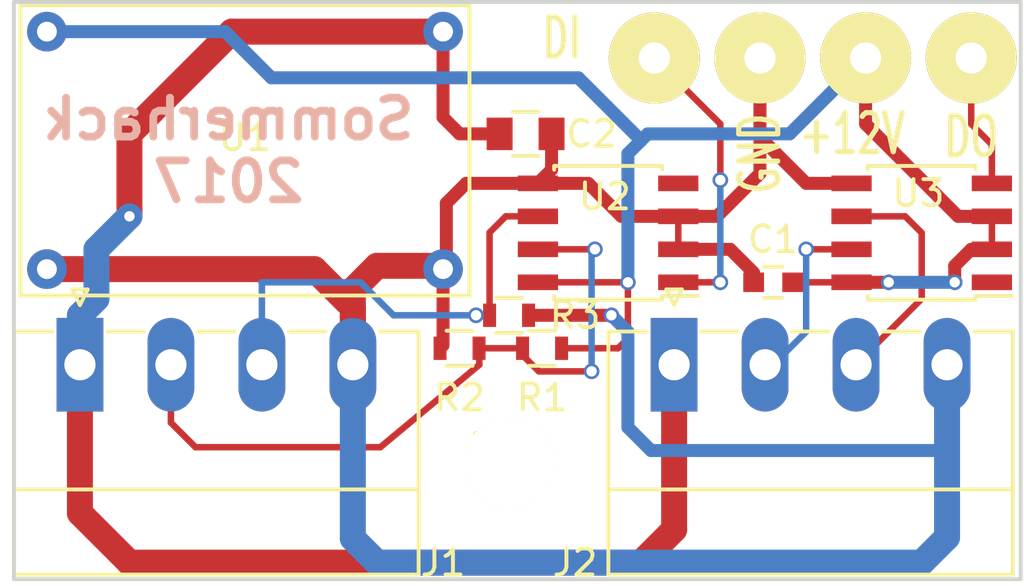
<source format=kicad_pcb>
(kicad_pcb (version 4) (host pcbnew 4.0.6-e0-6349~53~ubuntu16.04.1)

  (general
    (links 31)
    (no_connects 0)
    (area 104.674999 103.356999 145.368334 126.86)
    (thickness 1.6)
    (drawings 9)
    (tracks 134)
    (zones 0)
    (modules 15)
    (nets 10)
  )

  (page A4)
  (layers
    (0 F.Cu signal)
    (31 B.Cu signal)
    (32 B.Adhes user)
    (33 F.Adhes user)
    (34 B.Paste user)
    (35 F.Paste user)
    (36 B.SilkS user)
    (37 F.SilkS user)
    (38 B.Mask user)
    (39 F.Mask user)
    (40 Dwgs.User user)
    (41 Cmts.User user)
    (42 Eco1.User user)
    (43 Eco2.User user)
    (44 Edge.Cuts user)
    (45 Margin user)
    (46 B.CrtYd user)
    (47 F.CrtYd user hide)
    (48 B.Fab user)
    (49 F.Fab user)
  )

  (setup
    (last_trace_width 0.25)
    (user_trace_width 0.5)
    (user_trace_width 1)
    (trace_clearance 0.2)
    (zone_clearance 0.508)
    (zone_45_only no)
    (trace_min 0.2)
    (segment_width 0.2)
    (edge_width 0.15)
    (via_size 0.6)
    (via_drill 0.4)
    (via_min_size 0.4)
    (via_min_drill 0.3)
    (uvia_size 0.3)
    (uvia_drill 0.1)
    (uvias_allowed no)
    (uvia_min_size 0.2)
    (uvia_min_drill 0.1)
    (pcb_text_width 0.3)
    (pcb_text_size 1.5 1.5)
    (mod_edge_width 0.15)
    (mod_text_size 1 1)
    (mod_text_width 0.15)
    (pad_size 1.524 1.524)
    (pad_drill 0.762)
    (pad_to_mask_clearance 0.2)
    (aux_axis_origin 0 0)
    (visible_elements FFFFF77F)
    (pcbplotparams
      (layerselection 0x00030_80000001)
      (usegerberextensions false)
      (excludeedgelayer true)
      (linewidth 0.100000)
      (plotframeref false)
      (viasonmask false)
      (mode 1)
      (useauxorigin false)
      (hpglpennumber 1)
      (hpglpenspeed 20)
      (hpglpendiameter 15)
      (hpglpenoverlay 2)
      (psnegative false)
      (psa4output false)
      (plotreference true)
      (plotvalue true)
      (plotinvisibletext false)
      (padsonsilk false)
      (subtractmaskfromsilk false)
      (outputformat 1)
      (mirror false)
      (drillshape 1)
      (scaleselection 1)
      (outputdirectory ""))
  )

  (net 0 "")
  (net 1 +5V)
  (net 2 GND)
  (net 3 +12V)
  (net 4 "Net-(J1-Pad2)")
  (net 5 "Net-(J1-Pad3)")
  (net 6 "Net-(J2-Pad2)")
  (net 7 "Net-(J2-Pad3)")
  (net 8 "Net-(J4-Pad1)")
  (net 9 "Net-(J5-Pad1)")

  (net_class Default "This is the default net class."
    (clearance 0.2)
    (trace_width 0.25)
    (via_dia 0.6)
    (via_drill 0.4)
    (uvia_dia 0.3)
    (uvia_drill 0.1)
    (add_net +12V)
    (add_net +5V)
    (add_net GND)
    (add_net "Net-(J1-Pad2)")
    (add_net "Net-(J1-Pad3)")
    (add_net "Net-(J2-Pad2)")
    (add_net "Net-(J2-Pad3)")
    (add_net "Net-(J4-Pad1)")
    (add_net "Net-(J5-Pad1)")
  )

  (module Housings_SOIC:SOIC-8_3.9x4.9mm_Pitch1.27mm (layer F.Cu) (tedit 58EE8ACD) (tstamp 58E109B2)
    (at 128.27 112.395 180)
    (descr "8-Lead Plastic Small Outline (SN) - Narrow, 3.90 mm Body [SOIC] (see Microchip Packaging Specification 00000049BS.pdf)")
    (tags "SOIC 1.27")
    (path /58D6FC35)
    (attr smd)
    (fp_text reference U2 (at 0.127 1.397 180) (layer F.SilkS)
      (effects (font (size 1 1) (thickness 0.15)))
    )
    (fp_text value MAX485 (at 0 0.635 180) (layer F.Fab)
      (effects (font (size 1 1) (thickness 0.15)))
    )
    (fp_line (start -3.75 -2.75) (end -3.75 2.75) (layer F.CrtYd) (width 0.05))
    (fp_line (start 3.75 -2.75) (end 3.75 2.75) (layer F.CrtYd) (width 0.05))
    (fp_line (start -3.75 -2.75) (end 3.75 -2.75) (layer F.CrtYd) (width 0.05))
    (fp_line (start -3.75 2.75) (end 3.75 2.75) (layer F.CrtYd) (width 0.05))
    (fp_line (start -2.075 -2.575) (end -2.075 -2.43) (layer F.SilkS) (width 0.15))
    (fp_line (start 2.075 -2.575) (end 2.075 -2.43) (layer F.SilkS) (width 0.15))
    (fp_line (start 2.075 2.575) (end 2.075 2.43) (layer F.SilkS) (width 0.15))
    (fp_line (start -2.075 2.575) (end -2.075 2.43) (layer F.SilkS) (width 0.15))
    (fp_line (start -2.075 -2.575) (end 2.075 -2.575) (layer F.SilkS) (width 0.15))
    (fp_line (start -2.075 2.575) (end 2.075 2.575) (layer F.SilkS) (width 0.15))
    (fp_line (start -2.075 -2.43) (end -3.475 -2.43) (layer F.SilkS) (width 0.15))
    (pad 1 smd rect (at -2.7 -1.905 180) (size 1.55 0.6) (layers F.Cu F.Paste F.Mask)
      (net 8 "Net-(J4-Pad1)"))
    (pad 2 smd rect (at -2.7 -0.635 180) (size 1.55 0.6) (layers F.Cu F.Paste F.Mask)
      (net 2 GND))
    (pad 3 smd rect (at -2.7 0.635 180) (size 1.55 0.6) (layers F.Cu F.Paste F.Mask)
      (net 2 GND))
    (pad 4 smd rect (at -2.7 1.905 180) (size 1.55 0.6) (layers F.Cu F.Paste F.Mask))
    (pad 5 smd rect (at 2.7 1.905 180) (size 1.55 0.6) (layers F.Cu F.Paste F.Mask)
      (net 2 GND))
    (pad 6 smd rect (at 2.7 0.635 180) (size 1.55 0.6) (layers F.Cu F.Paste F.Mask)
      (net 5 "Net-(J1-Pad3)"))
    (pad 7 smd rect (at 2.7 -0.635 180) (size 1.55 0.6) (layers F.Cu F.Paste F.Mask)
      (net 4 "Net-(J1-Pad2)"))
    (pad 8 smd rect (at 2.7 -1.905 180) (size 1.55 0.6) (layers F.Cu F.Paste F.Mask)
      (net 1 +5V))
    (model Housings_SOIC.3dshapes/SOIC-8_3.9x4.9mm_Pitch1.27mm.wrl
      (at (xyz 0 0 0))
      (scale (xyz 1 1 1))
      (rotate (xyz 0 0 0))
    )
  )

  (module dsn-mini-360:DSN-MINI-360 (layer F.Cu) (tedit 58D03144) (tstamp 58E109A6)
    (at 114.3 109.22 180)
    (path /58E10987)
    (fp_text reference U1 (at 0 0.5 180) (layer F.SilkS)
      (effects (font (size 1 1) (thickness 0.15)))
    )
    (fp_text value DSN-MINI-360 (at 0 -0.5 180) (layer F.Fab)
      (effects (font (size 1 1) (thickness 0.15)))
    )
    (fp_line (start -8.636 -5.588) (end -8.636 -4.572) (layer F.SilkS) (width 0.15))
    (fp_line (start 8.636 -4.572) (end 8.636 -5.588) (layer F.SilkS) (width 0.15))
    (fp_line (start 8.636 5.588) (end 8.636 4.572) (layer F.SilkS) (width 0.15))
    (fp_line (start -8.636 4.572) (end -8.636 5.588) (layer F.SilkS) (width 0.15))
    (fp_line (start 8.636 5.588) (end -8.636 5.588) (layer F.SilkS) (width 0.15))
    (fp_line (start -8.636 -5.588) (end 8.636 -5.588) (layer F.SilkS) (width 0.15))
    (fp_line (start 8.636 -4.572) (end 8.636 4.572) (layer F.SilkS) (width 0.15))
    (fp_line (start -8.636 4.572) (end -8.636 -4.572) (layer F.SilkS) (width 0.15))
    (pad IN- thru_hole circle (at -7.62 -4.572 180) (size 1.524 1.524) (drill 0.762) (layers *.Cu *.Mask)
      (net 2 GND))
    (pad OUT- thru_hole circle (at 7.62 -4.572 180) (size 1.524 1.524) (drill 0.762) (layers *.Cu *.Mask)
      (net 2 GND))
    (pad OUT+ thru_hole circle (at 7.62 4.572 180) (size 1.524 1.524) (drill 0.762) (layers *.Cu *.Mask)
      (net 1 +5V))
    (pad IN+ thru_hole circle (at -7.62 4.572 180) (size 1.524 1.524) (drill 0.762) (layers *.Cu *.Mask)
      (net 3 +12V))
  )

  (module Capacitors_SMD:C_0603 (layer F.Cu) (tedit 58EE8AC5) (tstamp 58E1095D)
    (at 134.62 114.3 180)
    (descr "Capacitor SMD 0603, reflow soldering, AVX (see smccp.pdf)")
    (tags "capacitor 0603")
    (path /58CEFFF2)
    (attr smd)
    (fp_text reference C1 (at 0 1.651 180) (layer F.SilkS)
      (effects (font (size 1 1) (thickness 0.15)))
    )
    (fp_text value 100n (at 0 1.9 180) (layer F.Fab)
      (effects (font (size 1 1) (thickness 0.15)))
    )
    (fp_line (start -1.45 -0.75) (end 1.45 -0.75) (layer F.CrtYd) (width 0.05))
    (fp_line (start -1.45 0.75) (end 1.45 0.75) (layer F.CrtYd) (width 0.05))
    (fp_line (start -1.45 -0.75) (end -1.45 0.75) (layer F.CrtYd) (width 0.05))
    (fp_line (start 1.45 -0.75) (end 1.45 0.75) (layer F.CrtYd) (width 0.05))
    (fp_line (start -0.35 -0.6) (end 0.35 -0.6) (layer F.SilkS) (width 0.15))
    (fp_line (start 0.35 0.6) (end -0.35 0.6) (layer F.SilkS) (width 0.15))
    (pad 1 smd rect (at -0.75 0 180) (size 0.8 0.75) (layers F.Cu F.Paste F.Mask)
      (net 1 +5V))
    (pad 2 smd rect (at 0.75 0 180) (size 0.8 0.75) (layers F.Cu F.Paste F.Mask)
      (net 2 GND))
    (model Capacitors_SMD.3dshapes/C_0603.wrl
      (at (xyz 0 0 0))
      (scale (xyz 1 1 1))
      (rotate (xyz 0 0 0))
    )
  )

  (module Capacitors_SMD:C_0805 (layer F.Cu) (tedit 58E7CCED) (tstamp 58E10963)
    (at 125.095 108.585 180)
    (descr "Capacitor SMD 0805, reflow soldering, AVX (see smccp.pdf)")
    (tags "capacitor 0805")
    (path /58CEFF6D)
    (attr smd)
    (fp_text reference C2 (at -2.54 0 180) (layer F.SilkS)
      (effects (font (size 1 1) (thickness 0.15)))
    )
    (fp_text value 1u (at 0 2.1 180) (layer F.Fab)
      (effects (font (size 1 1) (thickness 0.15)))
    )
    (fp_line (start -1.8 -1) (end 1.8 -1) (layer F.CrtYd) (width 0.05))
    (fp_line (start -1.8 1) (end 1.8 1) (layer F.CrtYd) (width 0.05))
    (fp_line (start -1.8 -1) (end -1.8 1) (layer F.CrtYd) (width 0.05))
    (fp_line (start 1.8 -1) (end 1.8 1) (layer F.CrtYd) (width 0.05))
    (fp_line (start 0.5 -0.85) (end -0.5 -0.85) (layer F.SilkS) (width 0.15))
    (fp_line (start -0.5 0.85) (end 0.5 0.85) (layer F.SilkS) (width 0.15))
    (pad 1 smd rect (at -1 0 180) (size 1 1.25) (layers F.Cu F.Paste F.Mask)
      (net 2 GND))
    (pad 2 smd rect (at 1 0 180) (size 1 1.25) (layers F.Cu F.Paste F.Mask)
      (net 3 +12V))
    (model Capacitors_SMD.3dshapes/C_0805.wrl
      (at (xyz 0 0 0))
      (scale (xyz 1 1 1))
      (rotate (xyz 0 0 0))
    )
  )

  (module Mounting_Holes:MountingHole_3.5mm (layer F.Cu) (tedit 58E7D1B9) (tstamp 58E1098C)
    (at 124.46 121.285)
    (descr "Mounting Hole 3.5mm, no annular")
    (tags "mounting hole 3.5mm no annular")
    (path /58E104CB)
    (fp_text reference MK1 (at 0 -0.635) (layer F.SilkS)
      (effects (font (size 1 1) (thickness 0.15)))
    )
    (fp_text value Mounting_Hole (at 0 4.5) (layer F.Fab) hide
      (effects (font (size 1 1) (thickness 0.15)))
    )
    (fp_circle (center 0 0) (end 3.5 0) (layer Cmts.User) (width 0.15))
    (fp_circle (center 0 0) (end 3.75 0) (layer F.CrtYd) (width 0.05))
    (pad 1 np_thru_hole circle (at 0 0) (size 3.5 3.5) (drill 3.5) (layers *.Cu *.Mask F.SilkS))
  )

  (module Resistors_SMD:R_0603 (layer F.Cu) (tedit 58E7CB91) (tstamp 58E10992)
    (at 125.73 116.84 180)
    (descr "Resistor SMD 0603, reflow soldering, Vishay (see dcrcw.pdf)")
    (tags "resistor 0603")
    (path /58DD71C2)
    (attr smd)
    (fp_text reference R1 (at 0 -1.9 180) (layer F.SilkS)
      (effects (font (size 1 1) (thickness 0.15)))
    )
    (fp_text value 270R (at -0.635 0 180) (layer F.Fab)
      (effects (font (size 1 1) (thickness 0.15)))
    )
    (fp_line (start -1.3 -0.8) (end 1.3 -0.8) (layer F.CrtYd) (width 0.05))
    (fp_line (start -1.3 0.8) (end 1.3 0.8) (layer F.CrtYd) (width 0.05))
    (fp_line (start -1.3 -0.8) (end -1.3 0.8) (layer F.CrtYd) (width 0.05))
    (fp_line (start 1.3 -0.8) (end 1.3 0.8) (layer F.CrtYd) (width 0.05))
    (fp_line (start 0.5 0.675) (end -0.5 0.675) (layer F.SilkS) (width 0.15))
    (fp_line (start -0.5 -0.675) (end 0.5 -0.675) (layer F.SilkS) (width 0.15))
    (pad 1 smd rect (at -0.75 0 180) (size 0.5 0.9) (layers F.Cu F.Paste F.Mask)
      (net 1 +5V))
    (pad 2 smd rect (at 0.75 0 180) (size 0.5 0.9) (layers F.Cu F.Paste F.Mask)
      (net 4 "Net-(J1-Pad2)"))
    (model Resistors_SMD.3dshapes/R_0603.wrl
      (at (xyz 0 0 0))
      (scale (xyz 1 1 1))
      (rotate (xyz 0 0 0))
    )
  )

  (module Resistors_SMD:R_0603 (layer F.Cu) (tedit 58E7CB8C) (tstamp 58E10998)
    (at 122.555 116.84 180)
    (descr "Resistor SMD 0603, reflow soldering, Vishay (see dcrcw.pdf)")
    (tags "resistor 0603")
    (path /58D7064B)
    (attr smd)
    (fp_text reference R2 (at 0 -1.9 180) (layer F.SilkS)
      (effects (font (size 1 1) (thickness 0.15)))
    )
    (fp_text value 270R (at 1.27 0 180) (layer F.Fab)
      (effects (font (size 1 1) (thickness 0.15)))
    )
    (fp_line (start -1.3 -0.8) (end 1.3 -0.8) (layer F.CrtYd) (width 0.05))
    (fp_line (start -1.3 0.8) (end 1.3 0.8) (layer F.CrtYd) (width 0.05))
    (fp_line (start -1.3 -0.8) (end -1.3 0.8) (layer F.CrtYd) (width 0.05))
    (fp_line (start 1.3 -0.8) (end 1.3 0.8) (layer F.CrtYd) (width 0.05))
    (fp_line (start 0.5 0.675) (end -0.5 0.675) (layer F.SilkS) (width 0.15))
    (fp_line (start -0.5 -0.675) (end 0.5 -0.675) (layer F.SilkS) (width 0.15))
    (pad 1 smd rect (at -0.75 0 180) (size 0.5 0.9) (layers F.Cu F.Paste F.Mask)
      (net 4 "Net-(J1-Pad2)"))
    (pad 2 smd rect (at 0.75 0 180) (size 0.5 0.9) (layers F.Cu F.Paste F.Mask)
      (net 2 GND))
    (model Resistors_SMD.3dshapes/R_0603.wrl
      (at (xyz 0 0 0))
      (scale (xyz 1 1 1))
      (rotate (xyz 0 0 0))
    )
  )

  (module Resistors_SMD:R_0603 (layer F.Cu) (tedit 58E7D1C5) (tstamp 58E1099E)
    (at 124.46 115.57)
    (descr "Resistor SMD 0603, reflow soldering, Vishay (see dcrcw.pdf)")
    (tags "resistor 0603")
    (path /58D7077B)
    (attr smd)
    (fp_text reference R3 (at 2.54 0) (layer F.SilkS)
      (effects (font (size 1 1) (thickness 0.15)))
    )
    (fp_text value 120R (at 0 1.9) (layer F.Fab)
      (effects (font (size 1 1) (thickness 0.15)))
    )
    (fp_line (start -1.3 -0.8) (end 1.3 -0.8) (layer F.CrtYd) (width 0.05))
    (fp_line (start -1.3 0.8) (end 1.3 0.8) (layer F.CrtYd) (width 0.05))
    (fp_line (start -1.3 -0.8) (end -1.3 0.8) (layer F.CrtYd) (width 0.05))
    (fp_line (start 1.3 -0.8) (end 1.3 0.8) (layer F.CrtYd) (width 0.05))
    (fp_line (start 0.5 0.675) (end -0.5 0.675) (layer F.SilkS) (width 0.15))
    (fp_line (start -0.5 -0.675) (end 0.5 -0.675) (layer F.SilkS) (width 0.15))
    (pad 1 smd rect (at -0.75 0) (size 0.5 0.9) (layers F.Cu F.Paste F.Mask)
      (net 5 "Net-(J1-Pad3)"))
    (pad 2 smd rect (at 0.75 0) (size 0.5 0.9) (layers F.Cu F.Paste F.Mask)
      (net 2 GND))
    (model Resistors_SMD.3dshapes/R_0603.wrl
      (at (xyz 0 0 0))
      (scale (xyz 1 1 1))
      (rotate (xyz 0 0 0))
    )
  )

  (module Housings_SOIC:SOIC-8_3.9x4.9mm_Pitch1.27mm (layer F.Cu) (tedit 58EE8A50) (tstamp 58E109BE)
    (at 140.335 112.395 180)
    (descr "8-Lead Plastic Small Outline (SN) - Narrow, 3.90 mm Body [SOIC] (see Microchip Packaging Specification 00000049BS.pdf)")
    (tags "SOIC 1.27")
    (path /58D70242)
    (attr smd)
    (fp_text reference U3 (at 0.127 1.524 180) (layer F.SilkS)
      (effects (font (size 1 1) (thickness 0.15)))
    )
    (fp_text value MAX485 (at 0 0.635 180) (layer F.Fab)
      (effects (font (size 1 1) (thickness 0.15)))
    )
    (fp_line (start -3.75 -2.75) (end -3.75 2.75) (layer F.CrtYd) (width 0.05))
    (fp_line (start 3.75 -2.75) (end 3.75 2.75) (layer F.CrtYd) (width 0.05))
    (fp_line (start -3.75 -2.75) (end 3.75 -2.75) (layer F.CrtYd) (width 0.05))
    (fp_line (start -3.75 2.75) (end 3.75 2.75) (layer F.CrtYd) (width 0.05))
    (fp_line (start -2.075 -2.575) (end -2.075 -2.43) (layer F.SilkS) (width 0.15))
    (fp_line (start 2.075 -2.575) (end 2.075 -2.43) (layer F.SilkS) (width 0.15))
    (fp_line (start 2.075 2.575) (end 2.075 2.43) (layer F.SilkS) (width 0.15))
    (fp_line (start -2.075 2.575) (end -2.075 2.43) (layer F.SilkS) (width 0.15))
    (fp_line (start -2.075 -2.575) (end 2.075 -2.575) (layer F.SilkS) (width 0.15))
    (fp_line (start -2.075 2.575) (end 2.075 2.575) (layer F.SilkS) (width 0.15))
    (fp_line (start -2.075 -2.43) (end -3.475 -2.43) (layer F.SilkS) (width 0.15))
    (pad 1 smd rect (at -2.7 -1.905 180) (size 1.55 0.6) (layers F.Cu F.Paste F.Mask))
    (pad 2 smd rect (at -2.7 -0.635 180) (size 1.55 0.6) (layers F.Cu F.Paste F.Mask)
      (net 1 +5V))
    (pad 3 smd rect (at -2.7 0.635 180) (size 1.55 0.6) (layers F.Cu F.Paste F.Mask)
      (net 1 +5V))
    (pad 4 smd rect (at -2.7 1.905 180) (size 1.55 0.6) (layers F.Cu F.Paste F.Mask)
      (net 9 "Net-(J5-Pad1)"))
    (pad 5 smd rect (at 2.7 1.905 180) (size 1.55 0.6) (layers F.Cu F.Paste F.Mask)
      (net 2 GND))
    (pad 6 smd rect (at 2.7 0.635 180) (size 1.55 0.6) (layers F.Cu F.Paste F.Mask)
      (net 7 "Net-(J2-Pad3)"))
    (pad 7 smd rect (at 2.7 -0.635 180) (size 1.55 0.6) (layers F.Cu F.Paste F.Mask)
      (net 6 "Net-(J2-Pad2)"))
    (pad 8 smd rect (at 2.7 -1.905 180) (size 1.55 0.6) (layers F.Cu F.Paste F.Mask)
      (net 1 +5V))
    (model Housings_SOIC.3dshapes/SOIC-8_3.9x4.9mm_Pitch1.27mm.wrl
      (at (xyz 0 0 0))
      (scale (xyz 1 1 1))
      (rotate (xyz 0 0 0))
    )
  )

  (module Connectors_Phoenix:PhoenixContact_MC-G_04x3.50mm_Angled (layer F.Cu) (tedit 58E7CD15) (tstamp 58E68385)
    (at 107.95 117.475)
    (descr "Generic Phoenix Contact connector footprint for series: MC-G; number of pins: 04; pin pitch: 3.50mm; Angled || order number: 1844236 8A 160V")
    (tags "phoenix_contact connector MC_01x04_G_3.5mm")
    (path /58D6F9F8)
    (fp_text reference J1 (at 13.97 7.62) (layer F.SilkS)
      (effects (font (size 1 1) (thickness 0.15)))
    )
    (fp_text value CONN_01X04 (at 4.445 6.35) (layer F.Fab)
      (effects (font (size 1 1) (thickness 0.15)))
    )
    (fp_line (start -2.53 -1.28) (end -2.53 8.08) (layer F.SilkS) (width 0.15))
    (fp_line (start -2.53 8.08) (end 13.03 8.08) (layer F.SilkS) (width 0.15))
    (fp_line (start 13.03 8.08) (end 13.03 -1.28) (layer F.SilkS) (width 0.15))
    (fp_line (start -2.53 -1.28) (end -1.05 -1.28) (layer F.SilkS) (width 0.15))
    (fp_line (start 13.03 -1.28) (end 11.55 -1.28) (layer F.SilkS) (width 0.15))
    (fp_line (start 1.05 -1.28) (end 2.45 -1.28) (layer F.SilkS) (width 0.15))
    (fp_line (start 4.55 -1.28) (end 5.95 -1.28) (layer F.SilkS) (width 0.15))
    (fp_line (start 8.05 -1.28) (end 9.45 -1.28) (layer F.SilkS) (width 0.15))
    (fp_line (start -2.53 4.8) (end 13.03 4.8) (layer F.SilkS) (width 0.15))
    (fp_line (start -3.05 -2.3) (end -3.05 8.5) (layer F.CrtYd) (width 0.05))
    (fp_line (start -3.05 8.5) (end 13.45 8.5) (layer F.CrtYd) (width 0.05))
    (fp_line (start 13.45 8.5) (end 13.45 -2.3) (layer F.CrtYd) (width 0.05))
    (fp_line (start 13.45 -2.3) (end -3.05 -2.3) (layer F.CrtYd) (width 0.05))
    (fp_line (start 0 -2.3) (end 0.3 -2.9) (layer F.SilkS) (width 0.15))
    (fp_line (start 0.3 -2.9) (end -0.3 -2.9) (layer F.SilkS) (width 0.15))
    (fp_line (start -0.3 -2.9) (end 0 -2.3) (layer F.SilkS) (width 0.15))
    (pad 1 thru_hole rect (at 0 0) (size 1.8 3.6) (drill 1.2) (layers *.Cu *.Mask)
      (net 3 +12V))
    (pad 2 thru_hole oval (at 3.5 0) (size 1.8 3.6) (drill 1.2) (layers *.Cu *.Mask)
      (net 4 "Net-(J1-Pad2)"))
    (pad 3 thru_hole oval (at 7 0) (size 1.8 3.6) (drill 1.2) (layers *.Cu *.Mask)
      (net 5 "Net-(J1-Pad3)"))
    (pad 4 thru_hole oval (at 10.5 0) (size 1.8 3.6) (drill 1.2) (layers *.Cu *.Mask)
      (net 2 GND))
    (model Connectors_Phoenix.3dshapes/PhoenixContact_MC-G_04x3.50mm_Angled.wrl
      (at (xyz 0 0 0))
      (scale (xyz 1 1 1))
      (rotate (xyz 0 0 0))
    )
  )

  (module Connectors_Phoenix:PhoenixContact_MC-G_04x3.50mm_Angled (layer F.Cu) (tedit 58E7CD0F) (tstamp 58E6838C)
    (at 130.81 117.475)
    (descr "Generic Phoenix Contact connector footprint for series: MC-G; number of pins: 04; pin pitch: 3.50mm; Angled || order number: 1844236 8A 160V")
    (tags "phoenix_contact connector MC_01x04_G_3.5mm")
    (path /58D6FA1F)
    (fp_text reference J2 (at -3.81 7.62) (layer F.SilkS)
      (effects (font (size 1 1) (thickness 0.15)))
    )
    (fp_text value CONN_01X04 (at 5.08 5.715) (layer F.Fab)
      (effects (font (size 1 1) (thickness 0.15)))
    )
    (fp_line (start -2.53 -1.28) (end -2.53 8.08) (layer F.SilkS) (width 0.15))
    (fp_line (start -2.53 8.08) (end 13.03 8.08) (layer F.SilkS) (width 0.15))
    (fp_line (start 13.03 8.08) (end 13.03 -1.28) (layer F.SilkS) (width 0.15))
    (fp_line (start -2.53 -1.28) (end -1.05 -1.28) (layer F.SilkS) (width 0.15))
    (fp_line (start 13.03 -1.28) (end 11.55 -1.28) (layer F.SilkS) (width 0.15))
    (fp_line (start 1.05 -1.28) (end 2.45 -1.28) (layer F.SilkS) (width 0.15))
    (fp_line (start 4.55 -1.28) (end 5.95 -1.28) (layer F.SilkS) (width 0.15))
    (fp_line (start 8.05 -1.28) (end 9.45 -1.28) (layer F.SilkS) (width 0.15))
    (fp_line (start -2.53 4.8) (end 13.03 4.8) (layer F.SilkS) (width 0.15))
    (fp_line (start -3.05 -2.3) (end -3.05 8.5) (layer F.CrtYd) (width 0.05))
    (fp_line (start -3.05 8.5) (end 13.45 8.5) (layer F.CrtYd) (width 0.05))
    (fp_line (start 13.45 8.5) (end 13.45 -2.3) (layer F.CrtYd) (width 0.05))
    (fp_line (start 13.45 -2.3) (end -3.05 -2.3) (layer F.CrtYd) (width 0.05))
    (fp_line (start 0 -2.3) (end 0.3 -2.9) (layer F.SilkS) (width 0.15))
    (fp_line (start 0.3 -2.9) (end -0.3 -2.9) (layer F.SilkS) (width 0.15))
    (fp_line (start -0.3 -2.9) (end 0 -2.3) (layer F.SilkS) (width 0.15))
    (pad 1 thru_hole rect (at 0 0) (size 1.8 3.6) (drill 1.2) (layers *.Cu *.Mask)
      (net 3 +12V))
    (pad 2 thru_hole oval (at 3.5 0) (size 1.8 3.6) (drill 1.2) (layers *.Cu *.Mask)
      (net 6 "Net-(J2-Pad2)"))
    (pad 3 thru_hole oval (at 7 0) (size 1.8 3.6) (drill 1.2) (layers *.Cu *.Mask)
      (net 7 "Net-(J2-Pad3)"))
    (pad 4 thru_hole oval (at 10.5 0) (size 1.8 3.6) (drill 1.2) (layers *.Cu *.Mask)
      (net 2 GND))
    (model Connectors_Phoenix.3dshapes/PhoenixContact_MC-G_04x3.50mm_Angled.wrl
      (at (xyz 0 0 0))
      (scale (xyz 1 1 1))
      (rotate (xyz 0 0 0))
    )
  )

  (module Wire_Pads:SolderWirePad_single_1-2mmDrill (layer F.Cu) (tedit 58E7D230) (tstamp 58E68486)
    (at 138.176 105.664)
    (path /58D711FD)
    (fp_text reference J3 (at 0 2.54) (layer F.SilkS) hide
      (effects (font (size 1 1) (thickness 0.15)))
    )
    (fp_text value CONN_01X01 (at -1.905 3.175) (layer F.Fab) hide
      (effects (font (size 1 1) (thickness 0.15)))
    )
    (pad 1 thru_hole circle (at 0 0) (size 3.50012 3.50012) (drill 1.19888) (layers *.Cu *.Mask F.SilkS)
      (net 1 +5V))
  )

  (module Wire_Pads:SolderWirePad_single_1-2mmDrill (layer F.Cu) (tedit 58E7D250) (tstamp 58E6848A)
    (at 130.048 105.664)
    (path /58D7127E)
    (fp_text reference J4 (at 0 3.175) (layer F.SilkS) hide
      (effects (font (size 1 1) (thickness 0.15)))
    )
    (fp_text value CONN_01X01 (at -1.905 3.175) (layer F.Fab) hide
      (effects (font (size 1 1) (thickness 0.15)))
    )
    (pad 1 thru_hole circle (at 0 0) (size 3.50012 3.50012) (drill 1.19888) (layers *.Cu *.Mask F.SilkS)
      (net 8 "Net-(J4-Pad1)"))
  )

  (module Wire_Pads:SolderWirePad_single_1-2mmDrill (layer F.Cu) (tedit 58EE8AAD) (tstamp 58E6848E)
    (at 142.24 105.664)
    (path /58D712B3)
    (fp_text reference J5 (at -2.54 1.27) (layer F.SilkS) hide
      (effects (font (size 1 1) (thickness 0.15)))
    )
    (fp_text value CONN_01X01 (at -1.905 3.175) (layer F.Fab) hide
      (effects (font (size 1 1) (thickness 0.15)))
    )
    (pad 1 thru_hole circle (at 0 0) (size 3.50012 3.50012) (drill 1.19888) (layers *.Cu *.Mask F.SilkS)
      (net 9 "Net-(J5-Pad1)"))
  )

  (module Wire_Pads:SolderWirePad_single_1-2mmDrill (layer F.Cu) (tedit 58E7D1FF) (tstamp 58E68492)
    (at 134.112 105.664)
    (path /58D712EA)
    (fp_text reference J6 (at 3.81 0) (layer F.SilkS) hide
      (effects (font (size 1 1) (thickness 0.15)))
    )
    (fp_text value CONN_01X01 (at -1.905 3.175) (layer F.Fab) hide
      (effects (font (size 1 1) (thickness 0.15)))
    )
    (pad 1 thru_hole circle (at 0 0) (size 3.50012 3.50012) (drill 1.19888) (layers *.Cu *.Mask F.SilkS)
      (net 2 GND))
  )

  (gr_text DO (at 142.24 108.712) (layer F.SilkS)
    (effects (font (size 1.5 1) (thickness 0.2)))
  )
  (gr_text "Sommerhack\n2017" (at 113.665 109.22) (layer B.SilkS)
    (effects (font (size 1.5 1.5) (thickness 0.3)) (justify mirror))
  )
  (gr_text DI (at 126.492 104.902) (layer F.SilkS)
    (effects (font (size 1.5 1) (thickness 0.2)))
  )
  (gr_text +12V (at 137.668 108.585) (layer F.SilkS)
    (effects (font (size 1.5 1) (thickness 0.2)))
  )
  (gr_text GND (at 134.112 109.347 90) (layer F.SilkS)
    (effects (font (size 1.5 1) (thickness 0.2)))
  )
  (gr_line (start 105.41 125.73) (end 105.41 103.505) (angle 90) (layer Edge.Cuts) (width 0.15))
  (gr_line (start 144.145 125.73) (end 105.41 125.73) (angle 90) (layer Edge.Cuts) (width 0.15))
  (gr_line (start 144.145 103.505) (end 144.145 125.73) (angle 90) (layer Edge.Cuts) (width 0.15))
  (gr_line (start 105.41 103.505) (end 144.145 103.505) (angle 90) (layer Edge.Cuts) (width 0.15))

  (segment (start 126.48 116.84) (end 128.651 116.84) (width 0.25) (layer F.Cu) (net 1))
  (segment (start 129.032 116.459) (end 129.032 114.3) (width 0.25) (layer F.Cu) (net 1) (tstamp 58EE89A6))
  (segment (start 128.651 116.84) (end 129.032 116.459) (width 0.25) (layer F.Cu) (net 1) (tstamp 58EE89A1))
  (segment (start 106.68 104.648) (end 113.538 104.648) (width 0.5) (layer B.Cu) (net 1))
  (segment (start 113.538 104.648) (end 115.316 106.426) (width 0.5) (layer B.Cu) (net 1) (tstamp 58EE8936))
  (segment (start 115.316 106.426) (end 127.127 106.426) (width 0.5) (layer B.Cu) (net 1) (tstamp 58EE8944))
  (segment (start 127.127 106.426) (end 129.54 108.839) (width 0.5) (layer B.Cu) (net 1) (tstamp 58EE8947))
  (segment (start 125.57 114.3) (end 129.032 114.3) (width 0.25) (layer F.Cu) (net 1))
  (segment (start 135.255 108.585) (end 138.176 105.664) (width 0.5) (layer B.Cu) (net 1) (tstamp 58EE88D7))
  (segment (start 129.794 108.585) (end 135.255 108.585) (width 0.5) (layer B.Cu) (net 1) (tstamp 58EE88D5))
  (segment (start 129.54 108.839) (end 129.794 108.585) (width 0.5) (layer B.Cu) (net 1) (tstamp 58EE894C))
  (segment (start 129.032 109.347) (end 129.54 108.839) (width 0.5) (layer B.Cu) (net 1) (tstamp 58EE88C8))
  (via (at 129.032 114.3) (size 0.6) (drill 0.4) (layers F.Cu B.Cu) (net 1))
  (segment (start 129.032 114.3) (end 129.032 109.347) (width 0.5) (layer B.Cu) (net 1) (tstamp 58EE88C7))
  (segment (start 125.57 114.3) (end 125.857 114.3) (width 0.25) (layer F.Cu) (net 1))
  (segment (start 138.176 105.664) (end 138.176 108.204) (width 0.5) (layer F.Cu) (net 1))
  (segment (start 141.732 111.76) (end 143.035 111.76) (width 0.5) (layer F.Cu) (net 1) (tstamp 58EE873F))
  (segment (start 138.176 108.204) (end 141.732 111.76) (width 0.5) (layer F.Cu) (net 1) (tstamp 58EE8722))
  (segment (start 137.635 114.3) (end 135.37 114.3) (width 0.25) (layer F.Cu) (net 1) (status 20))
  (segment (start 137.635 114.3) (end 139.065 114.3) (width 0.5) (layer F.Cu) (net 1))
  (via (at 139.065 114.3) (size 0.6) (drill 0.4) (layers F.Cu B.Cu) (net 1))
  (segment (start 139.065 114.3) (end 141.605 114.3) (width 0.5) (layer B.Cu) (net 1) (tstamp 58E7C9D7))
  (via (at 141.605 114.3) (size 0.6) (drill 0.4) (layers F.Cu B.Cu) (net 1))
  (segment (start 141.605 114.3) (end 141.605 113.665) (width 0.5) (layer F.Cu) (net 1) (tstamp 58E7C9DA))
  (segment (start 141.605 113.665) (end 142.24 113.03) (width 0.5) (layer F.Cu) (net 1) (tstamp 58E7C9DB))
  (segment (start 142.24 113.03) (end 143.035 113.03) (width 0.5) (layer F.Cu) (net 1) (tstamp 58E7C9DD))
  (segment (start 143.035 111.76) (end 143.035 113.03) (width 0.25) (layer F.Cu) (net 1))
  (segment (start 125.57 110.49) (end 122.809 110.49) (width 0.5) (layer F.Cu) (net 2))
  (segment (start 122.809 110.49) (end 122.047 111.252) (width 0.5) (layer F.Cu) (net 2) (tstamp 58EE8A17))
  (segment (start 122.047 111.252) (end 122.047 113.665) (width 0.5) (layer F.Cu) (net 2) (tstamp 58EE8A22))
  (segment (start 122.047 113.665) (end 121.92 113.792) (width 0.25) (layer F.Cu) (net 2) (tstamp 58EE8A23))
  (segment (start 125.21 115.57) (end 128.397 115.57) (width 0.5) (layer F.Cu) (net 2))
  (via (at 128.397 115.57) (size 0.6) (drill 0.4) (layers F.Cu B.Cu) (net 2))
  (segment (start 128.397 115.57) (end 129.032 116.205) (width 0.5) (layer B.Cu) (net 2) (tstamp 58EE89D8))
  (segment (start 129.032 116.205) (end 129.032 119.888) (width 0.5) (layer B.Cu) (net 2) (tstamp 58EE89D9))
  (segment (start 129.032 119.888) (end 129.921 120.777) (width 0.5) (layer B.Cu) (net 2) (tstamp 58EE89F4))
  (segment (start 129.921 120.777) (end 141.31 120.777) (width 0.5) (layer B.Cu) (net 2) (tstamp 58EE89F5))
  (segment (start 126.095 108.585) (end 126.095 109.965) (width 0.5) (layer F.Cu) (net 2))
  (segment (start 126.095 109.965) (end 125.57 110.49) (width 0.5) (layer F.Cu) (net 2) (tstamp 58EE8913))
  (segment (start 125.57 110.49) (end 127.508 110.49) (width 0.5) (layer F.Cu) (net 2))
  (segment (start 127.508 110.49) (end 128.778 111.76) (width 0.5) (layer F.Cu) (net 2) (tstamp 58EE87CD))
  (segment (start 128.778 111.76) (end 130.97 111.76) (width 0.5) (layer F.Cu) (net 2) (tstamp 58EE87D0))
  (segment (start 130.97 111.76) (end 132.461 111.76) (width 0.5) (layer F.Cu) (net 2))
  (segment (start 132.461 111.76) (end 134.112 110.109) (width 0.5) (layer F.Cu) (net 2) (tstamp 58EE87C3))
  (segment (start 134.112 110.109) (end 134.112 105.664) (width 0.5) (layer F.Cu) (net 2) (tstamp 58EE87C7))
  (segment (start 130.97 113.03) (end 132.969 113.03) (width 0.5) (layer F.Cu) (net 2))
  (segment (start 132.969 113.03) (end 133.87 113.931) (width 0.5) (layer F.Cu) (net 2) (tstamp 58EE87BD))
  (segment (start 133.87 113.931) (end 133.87 114.3) (width 0.25) (layer F.Cu) (net 2) (tstamp 58EE87C0))
  (segment (start 130.97 111.76) (end 130.97 113.03) (width 0.25) (layer F.Cu) (net 2))
  (segment (start 134.112 105.664) (end 134.112 108.712) (width 0.5) (layer F.Cu) (net 2))
  (segment (start 135.89 110.49) (end 137.635 110.49) (width 0.5) (layer F.Cu) (net 2) (tstamp 58EE87B5))
  (segment (start 134.112 108.712) (end 135.89 110.49) (width 0.5) (layer F.Cu) (net 2) (tstamp 58EE87B1))
  (segment (start 122.047 113.665) (end 121.92 113.792) (width 0.25) (layer B.Cu) (net 2) (tstamp 58E7D11D))
  (segment (start 106.68 113.792) (end 116.967 113.792) (width 1) (layer F.Cu) (net 2))
  (segment (start 116.967 113.792) (end 118.45 115.275) (width 1) (layer F.Cu) (net 2) (tstamp 58E7CAC1))
  (segment (start 118.45 115.275) (end 118.45 117.475) (width 1) (layer F.Cu) (net 2) (tstamp 58E7CAC7))
  (segment (start 137.635 110.49) (end 137.16 110.49) (width 0.25) (layer F.Cu) (net 2))
  (segment (start 118.45 117.475) (end 118.45 124.165) (width 1) (layer B.Cu) (net 2))
  (segment (start 118.45 124.165) (end 119.38 125.095) (width 1) (layer B.Cu) (net 2) (tstamp 58E7C85E))
  (segment (start 119.38 125.095) (end 140.335 125.095) (width 1) (layer B.Cu) (net 2) (tstamp 58E7C861))
  (segment (start 140.335 125.095) (end 141.31 124.12) (width 1) (layer B.Cu) (net 2) (tstamp 58E7C862))
  (segment (start 141.31 124.12) (end 141.31 120.777) (width 1) (layer B.Cu) (net 2) (tstamp 58E7C865))
  (segment (start 141.31 120.777) (end 141.31 117.475) (width 1) (layer B.Cu) (net 2) (tstamp 58EE89FC))
  (segment (start 121.92 113.792) (end 121.92 116.725) (width 0.5) (layer F.Cu) (net 2))
  (segment (start 121.92 116.725) (end 121.805 116.84) (width 0.25) (layer F.Cu) (net 2) (tstamp 58E7C7F7))
  (segment (start 118.45 117.475) (end 118.45 114.595) (width 1) (layer F.Cu) (net 2))
  (segment (start 118.45 114.595) (end 119.38 113.665) (width 1) (layer F.Cu) (net 2) (tstamp 58E7C7EF))
  (segment (start 119.38 113.665) (end 121.793 113.665) (width 1) (layer F.Cu) (net 2) (tstamp 58E7C7F3))
  (segment (start 121.793 113.665) (end 121.92 113.792) (width 0.25) (layer F.Cu) (net 2) (tstamp 58E7C7F4))
  (segment (start 133.87 114.185) (end 133.87 114.3) (width 0.25) (layer F.Cu) (net 2) (tstamp 58E7C78A) (status 30))
  (segment (start 141.31 116.575) (end 141.31 117.475) (width 0.25) (layer F.Cu) (net 2))
  (segment (start 133.87 114.3) (end 133.895 114.3) (width 0.25) (layer F.Cu) (net 2) (status 30))
  (segment (start 121.92 104.648) (end 113.792 104.648) (width 1) (layer F.Cu) (net 3))
  (segment (start 113.792 104.648) (end 109.855 108.585) (width 1) (layer F.Cu) (net 3) (tstamp 58E7CEA9))
  (segment (start 109.855 108.585) (end 109.855 111.76) (width 1) (layer F.Cu) (net 3) (tstamp 58E7CEB5))
  (via (at 109.855 111.76) (size 0.6) (drill 0.4) (layers F.Cu B.Cu) (net 3))
  (segment (start 109.855 111.76) (end 108.585 113.03) (width 1) (layer B.Cu) (net 3) (tstamp 58E7CEC0))
  (segment (start 108.585 113.03) (end 108.585 114.935) (width 1) (layer B.Cu) (net 3) (tstamp 58E7CEC1))
  (segment (start 108.585 114.935) (end 107.95 115.57) (width 1) (layer B.Cu) (net 3) (tstamp 58E7CEC7))
  (segment (start 107.95 115.57) (end 107.95 117.475) (width 1) (layer B.Cu) (net 3) (tstamp 58E7CECC))
  (segment (start 130.81 117.475) (end 130.81 123.825) (width 1) (layer F.Cu) (net 3))
  (segment (start 107.95 123.19) (end 107.95 117.475) (width 1) (layer F.Cu) (net 3) (tstamp 58E7C84C))
  (segment (start 109.855 125.095) (end 107.95 123.19) (width 1) (layer F.Cu) (net 3) (tstamp 58E7C84A))
  (segment (start 129.54 125.095) (end 109.855 125.095) (width 1) (layer F.Cu) (net 3) (tstamp 58E7C845))
  (segment (start 130.81 123.825) (end 129.54 125.095) (width 1) (layer F.Cu) (net 3) (tstamp 58E7C83C))
  (segment (start 124.095 108.585) (end 122.555 108.585) (width 0.5) (layer F.Cu) (net 3))
  (segment (start 122.555 108.585) (end 121.92 107.95) (width 0.5) (layer F.Cu) (net 3) (tstamp 58E69CE6))
  (segment (start 121.92 107.95) (end 121.92 104.648) (width 0.5) (layer F.Cu) (net 3) (tstamp 58E69CE7))
  (segment (start 125.57 113.03) (end 127.762 113.03) (width 0.25) (layer F.Cu) (net 4))
  (segment (start 125.603 117.729) (end 124.98 117.106) (width 0.25) (layer F.Cu) (net 4) (tstamp 58EE8835))
  (segment (start 127.635 117.729) (end 125.603 117.729) (width 0.25) (layer F.Cu) (net 4) (tstamp 58EE8834))
  (via (at 127.635 117.729) (size 0.6) (drill 0.4) (layers F.Cu B.Cu) (net 4))
  (segment (start 127.635 113.157) (end 127.635 117.729) (width 0.25) (layer B.Cu) (net 4) (tstamp 58EE881E))
  (segment (start 127.762 113.03) (end 127.635 113.157) (width 0.25) (layer B.Cu) (net 4) (tstamp 58EE881D))
  (via (at 127.762 113.03) (size 0.6) (drill 0.4) (layers F.Cu B.Cu) (net 4))
  (segment (start 124.98 117.106) (end 124.98 116.84) (width 0.25) (layer F.Cu) (net 4) (tstamp 58EE8839))
  (segment (start 123.305 116.84) (end 124.98 116.84) (width 0.25) (layer F.Cu) (net 4))
  (segment (start 123.305 116.84) (end 123.317 117.475) (width 0.25) (layer F.Cu) (net 4))
  (segment (start 111.45 119.705) (end 111.45 117.475) (width 0.25) (layer F.Cu) (net 4) (tstamp 58E7C808))
  (segment (start 112.395 120.65) (end 111.45 119.705) (width 0.25) (layer F.Cu) (net 4) (tstamp 58E7C807))
  (segment (start 119.507 120.65) (end 112.395 120.65) (width 0.25) (layer F.Cu) (net 4) (tstamp 58E7C804))
  (segment (start 123.317 117.475) (end 119.507 120.65) (width 0.25) (layer F.Cu) (net 4) (tstamp 58E7C7FA))
  (segment (start 125.57 111.76) (end 124.333 111.76) (width 0.25) (layer F.Cu) (net 5))
  (segment (start 123.71 112.383) (end 123.71 115.57) (width 0.25) (layer F.Cu) (net 5) (tstamp 58EE8848))
  (segment (start 124.333 111.76) (end 123.71 112.383) (width 0.25) (layer F.Cu) (net 5) (tstamp 58EE8842))
  (segment (start 123.71 115.57) (end 123.19 115.57) (width 0.25) (layer F.Cu) (net 5))
  (segment (start 114.95 114.315) (end 114.95 117.475) (width 0.25) (layer B.Cu) (net 5) (tstamp 58E7D0D9))
  (segment (start 114.935 114.3) (end 114.95 114.315) (width 0.25) (layer B.Cu) (net 5) (tstamp 58E7D0D5))
  (segment (start 118.745 114.3) (end 114.935 114.3) (width 0.25) (layer B.Cu) (net 5) (tstamp 58E7D0CF))
  (segment (start 120.015 115.57) (end 118.745 114.3) (width 0.25) (layer B.Cu) (net 5) (tstamp 58E7D0C9))
  (segment (start 123.19 115.57) (end 120.015 115.57) (width 0.25) (layer B.Cu) (net 5) (tstamp 58E7D0C8))
  (via (at 123.19 115.57) (size 0.6) (drill 0.4) (layers F.Cu B.Cu) (net 5))
  (segment (start 114.935 117.46) (end 114.95 117.475) (width 0.25) (layer B.Cu) (net 5) (tstamp 58E7D030))
  (segment (start 114.935 117.46) (end 114.95 117.475) (width 0.25) (layer B.Cu) (net 5) (tstamp 58E7C7BA))
  (segment (start 137.635 113.03) (end 135.89 113.03) (width 0.25) (layer F.Cu) (net 6))
  (segment (start 135.89 116.205) (end 134.62 117.475) (width 0.25) (layer B.Cu) (net 6) (tstamp 58E7CFEB))
  (segment (start 135.89 113.03) (end 135.89 116.205) (width 0.25) (layer B.Cu) (net 6) (tstamp 58E7CFEA))
  (via (at 135.89 113.03) (size 0.6) (drill 0.4) (layers F.Cu B.Cu) (net 6))
  (segment (start 134.62 117.475) (end 134.31 117.475) (width 0.25) (layer B.Cu) (net 6) (tstamp 58E7CFEC))
  (segment (start 137.635 111.76) (end 139.7 111.76) (width 0.25) (layer F.Cu) (net 7))
  (segment (start 140.335 114.935) (end 137.81 117.46) (width 0.25) (layer F.Cu) (net 7) (tstamp 58E7C9C5))
  (segment (start 140.335 112.395) (end 140.335 114.935) (width 0.25) (layer F.Cu) (net 7) (tstamp 58E7C9C4))
  (segment (start 139.7 111.76) (end 140.335 112.395) (width 0.25) (layer F.Cu) (net 7) (tstamp 58E7C9C1))
  (segment (start 137.81 117.46) (end 137.81 117.475) (width 0.25) (layer F.Cu) (net 7) (tstamp 58E7C9C7))
  (segment (start 137.81 116.575) (end 137.81 117.475) (width 0.25) (layer F.Cu) (net 7))
  (segment (start 130.97 114.3) (end 132.588 114.3) (width 0.25) (layer F.Cu) (net 8))
  (segment (start 132.588 108.204) (end 130.048 105.664) (width 0.25) (layer F.Cu) (net 8) (tstamp 58EE88BA))
  (segment (start 132.588 110.363) (end 132.588 108.204) (width 0.25) (layer F.Cu) (net 8) (tstamp 58EE88B9))
  (via (at 132.588 110.363) (size 0.6) (drill 0.4) (layers F.Cu B.Cu) (net 8))
  (segment (start 132.588 114.3) (end 132.588 110.363) (width 0.25) (layer B.Cu) (net 8) (tstamp 58EE88B3))
  (via (at 132.588 114.3) (size 0.6) (drill 0.4) (layers F.Cu B.Cu) (net 8))
  (segment (start 142.24 105.664) (end 142.24 108.204) (width 0.25) (layer F.Cu) (net 9))
  (segment (start 143.035 108.999) (end 143.035 110.49) (width 0.25) (layer F.Cu) (net 9) (tstamp 58EE895B))
  (segment (start 142.24 108.204) (end 143.035 108.999) (width 0.25) (layer F.Cu) (net 9) (tstamp 58EE8955))

)

</source>
